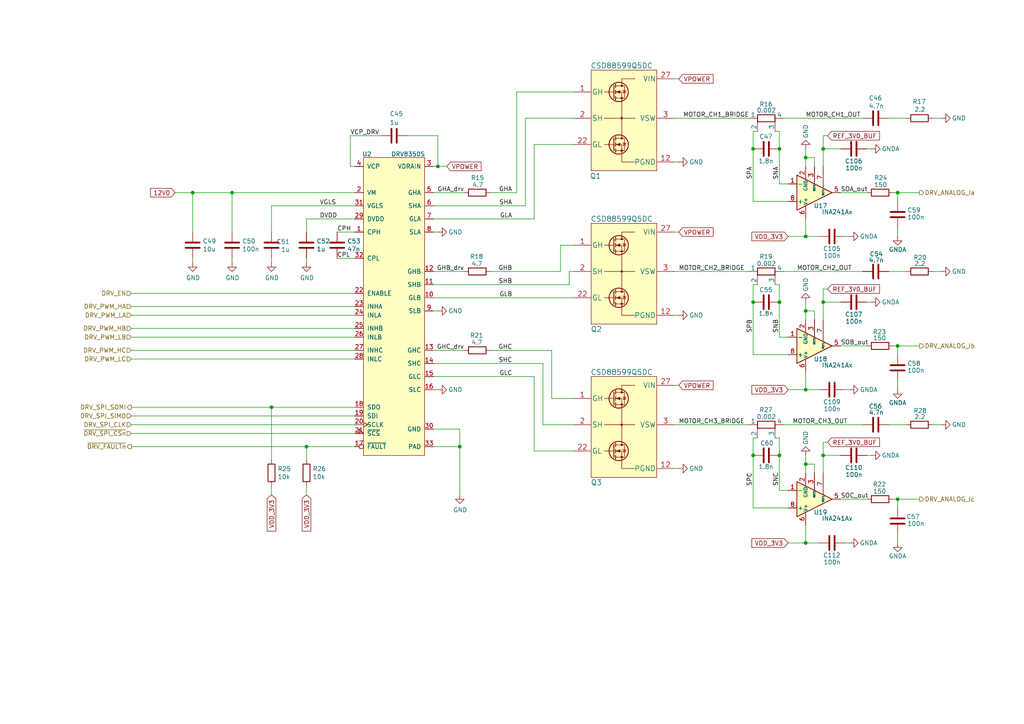
<source format=kicad_sch>
(kicad_sch (version 20231120) (generator "eeschema") (generator_version "8.0")
  (paper "A4")
  (title_block (title "Open MOtor DRiver Initiative  - Single Axis (OMODRI_SA)") (date "2025-03-07") (rev "1.0") (company "LAAS/CNRS"))
  (junction (at 226.06 87.63))
  (junction (at 88.9 129.54))
  (junction (at 67.31 55.88))
  (junction (at 218.44 87.63))
  (junction (at 218.44 132.08))
  (junction (at 233.68 90.17))
  (junction (at 260.35 55.88))
  (junction (at 226.06 43.18))
  (junction (at 233.68 157.48))
  (junction (at 260.35 144.78))
  (junction (at 55.88 55.88))
  (junction (at 78.74 118.11))
  (junction (at 238.76 87.63))
  (junction (at 218.44 43.18))
  (junction (at 127 48.26))
  (junction (at 238.76 132.08))
  (junction (at 233.68 68.58))
  (junction (at 233.68 113.03))
  (junction (at 226.06 132.08))
  (junction (at 233.68 134.62))
  (junction (at 233.68 45.72))
  (junction (at 260.35 100.33))
  (junction (at 238.76 43.18))
  (junction (at 133.35 129.54))
  (wire (pts (xy 162.56 78.74) (xy 162.56 71.12)))
  (wire (pts (xy 125.73 63.5) (xy 154.94 63.5)))
  (wire (pts (xy 55.88 55.88) (xy 67.31 55.88)))
  (wire (pts (xy 259.08 144.78) (xy 260.35 144.78)))
  (wire (pts (xy 228.6 102.87) (xy 218.44 102.87)))
  (wire (pts (xy 238.76 83.82) (xy 238.76 87.63)))
  (wire (pts (xy 50.8 55.88) (xy 55.88 55.88)))
  (wire (pts (xy 270.51 123.19) (xy 273.05 123.19)))
  (wire (pts (xy 233.68 157.48) (xy 237.49 157.48)))
  (wire (pts (xy 218.44 127) (xy 219.71 127)))
  (wire (pts (xy 195.58 123.19) (xy 217.17 123.19)))
  (wire (pts (xy 228.6 58.42) (xy 218.44 58.42)))
  (wire (pts (xy 227.33 123.19) (xy 250.19 123.19)))
  (wire (pts (xy 233.68 68.58) (xy 233.68 63.5)))
  (wire (pts (xy 195.58 111.76) (xy 196.85 111.76)))
  (wire (pts (xy 245.11 157.48) (xy 246.38 157.48)))
  (wire (pts (xy 125.73 59.69) (xy 152.4 59.69)))
  (wire (pts (xy 88.9 63.5) (xy 88.9 67.31)))
  (wire (pts (xy 257.81 123.19) (xy 262.89 123.19)))
  (wire (pts (xy 97.79 74.93) (xy 102.87 74.93)))
  (wire (pts (xy 259.08 55.88) (xy 260.35 55.88)))
  (wire (pts (xy 226.06 97.79) (xy 226.06 87.63)))
  (wire (pts (xy 38.1 120.65) (xy 102.87 120.65)))
  (wire (pts (xy 236.22 45.72) (xy 233.68 45.72)))
  (wire (pts (xy 228.6 157.48) (xy 233.68 157.48)))
  (wire (pts (xy 78.74 118.11) (xy 78.74 133.35)))
  (wire (pts (xy 227.33 34.29) (xy 250.19 34.29)))
  (wire (pts (xy 97.79 67.31) (xy 102.87 67.31)))
  (wire (pts (xy 125.73 86.36) (xy 166.37 86.36)))
  (wire (pts (xy 260.35 100.33) (xy 260.35 102.87)))
  (wire (pts (xy 125.73 101.6) (xy 134.62 101.6)))
  (wire (pts (xy 218.44 82.55) (xy 219.71 82.55)))
  (wire (pts (xy 38.1 85.09) (xy 102.87 85.09)))
  (wire (pts (xy 88.9 63.5) (xy 102.87 63.5)))
  (wire (pts (xy 195.58 78.74) (xy 217.17 78.74)))
  (wire (pts (xy 260.35 144.78) (xy 260.35 147.32)))
  (wire (pts (xy 133.35 129.54) (xy 133.35 143.51)))
  (wire (pts (xy 233.68 157.48) (xy 233.68 152.4)))
  (wire (pts (xy 88.9 129.54) (xy 102.87 129.54)))
  (wire (pts (xy 224.79 82.55) (xy 226.06 82.55)))
  (wire (pts (xy 195.58 67.31) (xy 196.85 67.31)))
  (wire (pts (xy 125.73 109.22) (xy 154.94 109.22)))
  (wire (pts (xy 154.94 109.22) (xy 154.94 130.81)))
  (wire (pts (xy 125.73 55.88) (xy 134.62 55.88)))
  (wire (pts (xy 243.84 55.88) (xy 251.46 55.88)))
  (wire (pts (xy 88.9 76.2) (xy 88.9 74.93)))
  (wire (pts (xy 78.74 118.11) (xy 102.87 118.11)))
  (wire (pts (xy 160.02 115.57) (xy 160.02 101.6)))
  (wire (pts (xy 236.22 92.71) (xy 236.22 90.17)))
  (wire (pts (xy 233.68 68.58) (xy 237.49 68.58)))
  (wire (pts (xy 270.51 34.29) (xy 273.05 34.29)))
  (wire (pts (xy 226.06 127) (xy 226.06 132.08)))
  (wire (pts (xy 78.74 59.69) (xy 102.87 59.69)))
  (wire (pts (xy 226.06 82.55) (xy 226.06 87.63)))
  (wire (pts (xy 218.44 102.87) (xy 218.44 87.63)))
  (wire (pts (xy 219.71 38.1) (xy 218.44 38.1)))
  (wire (pts (xy 195.58 34.29) (xy 217.17 34.29)))
  (wire (pts (xy 236.22 134.62) (xy 233.68 134.62)))
  (wire (pts (xy 67.31 55.88) (xy 67.31 67.31)))
  (wire (pts (xy 238.76 43.18) (xy 238.76 48.26)))
  (wire (pts (xy 195.58 22.86) (xy 196.85 22.86)))
  (wire (pts (xy 259.08 100.33) (xy 260.35 100.33)))
  (wire (pts (xy 260.35 144.78) (xy 266.7 144.78)))
  (wire (pts (xy 233.68 113.03) (xy 233.68 107.95)))
  (wire (pts (xy 227.33 78.74) (xy 250.19 78.74)))
  (wire (pts (xy 226.06 38.1) (xy 226.06 43.18)))
  (wire (pts (xy 236.22 48.26) (xy 236.22 45.72)))
  (wire (pts (xy 152.4 59.69) (xy 152.4 34.29)))
  (wire (pts (xy 149.86 26.67) (xy 166.37 26.67)))
  (wire (pts (xy 260.35 157.48) (xy 260.35 154.94)))
  (wire (pts (xy 245.11 68.58) (xy 246.38 68.58)))
  (wire (pts (xy 78.74 143.51) (xy 78.74 140.97)))
  (wire (pts (xy 125.73 105.41) (xy 157.48 105.41)))
  (wire (pts (xy 125.73 78.74) (xy 134.62 78.74)))
  (wire (pts (xy 238.76 87.63) (xy 238.76 92.71)))
  (wire (pts (xy 165.1 82.55) (xy 165.1 78.74)))
  (wire (pts (xy 228.6 68.58) (xy 233.68 68.58)))
  (wire (pts (xy 38.1 88.9) (xy 102.87 88.9)))
  (wire (pts (xy 240.03 39.37) (xy 238.76 39.37)))
  (wire (pts (xy 142.24 78.74) (xy 162.56 78.74)))
  (wire (pts (xy 218.44 147.32) (xy 218.44 132.08)))
  (wire (pts (xy 133.35 124.46) (xy 133.35 129.54)))
  (wire (pts (xy 127 39.37) (xy 127 48.26)))
  (wire (pts (xy 251.46 87.63) (xy 252.73 87.63)))
  (wire (pts (xy 196.85 46.99) (xy 195.58 46.99)))
  (wire (pts (xy 240.03 128.27) (xy 238.76 128.27)))
  (wire (pts (xy 226.06 43.18) (xy 226.06 53.34)))
  (wire (pts (xy 260.35 113.03) (xy 260.35 110.49)))
  (wire (pts (xy 38.1 118.11) (xy 78.74 118.11)))
  (wire (pts (xy 118.11 39.37) (xy 127 39.37)))
  (wire (pts (xy 101.6 39.37) (xy 101.6 48.26)))
  (wire (pts (xy 243.84 144.78) (xy 251.46 144.78)))
  (wire (pts (xy 154.94 130.81) (xy 166.37 130.81)))
  (wire (pts (xy 38.1 129.54) (xy 88.9 129.54)))
  (wire (pts (xy 162.56 71.12) (xy 166.37 71.12)))
  (wire (pts (xy 233.68 43.18) (xy 233.68 45.72)))
  (wire (pts (xy 129.54 48.26) (xy 127 48.26)))
  (wire (pts (xy 157.48 105.41) (xy 157.48 123.19)))
  (wire (pts (xy 67.31 76.2) (xy 67.31 74.93)))
  (wire (pts (xy 218.44 127) (xy 218.44 132.08)))
  (wire (pts (xy 236.22 137.16) (xy 236.22 134.62)))
  (wire (pts (xy 233.68 134.62) (xy 233.68 137.16)))
  (wire (pts (xy 127 67.31) (xy 125.73 67.31)))
  (wire (pts (xy 38.1 95.25) (xy 102.87 95.25)))
  (wire (pts (xy 38.1 125.73) (xy 102.87 125.73)))
  (wire (pts (xy 195.58 91.44) (xy 196.85 91.44)))
  (wire (pts (xy 238.76 87.63) (xy 243.84 87.63)))
  (wire (pts (xy 233.68 113.03) (xy 237.49 113.03)))
  (wire (pts (xy 88.9 133.35) (xy 88.9 129.54)))
  (wire (pts (xy 142.24 101.6) (xy 160.02 101.6)))
  (wire (pts (xy 218.44 82.55) (xy 218.44 87.63)))
  (wire (pts (xy 251.46 43.18) (xy 252.73 43.18)))
  (wire (pts (xy 154.94 41.91) (xy 166.37 41.91)))
  (wire (pts (xy 218.44 43.18) (xy 218.44 58.42)))
  (wire (pts (xy 125.73 48.26) (xy 127 48.26)))
  (wire (pts (xy 125.73 129.54) (xy 133.35 129.54)))
  (wire (pts (xy 260.35 55.88) (xy 260.35 58.42)))
  (wire (pts (xy 125.73 82.55) (xy 165.1 82.55)))
  (wire (pts (xy 226.06 97.79) (xy 228.6 97.79)))
  (wire (pts (xy 233.68 45.72) (xy 233.68 48.26)))
  (wire (pts (xy 243.84 100.33) (xy 251.46 100.33)))
  (wire (pts (xy 101.6 48.26) (xy 102.87 48.26)))
  (wire (pts (xy 160.02 115.57) (xy 166.37 115.57)))
  (wire (pts (xy 238.76 132.08) (xy 243.84 132.08)))
  (wire (pts (xy 149.86 55.88) (xy 149.86 26.67)))
  (wire (pts (xy 228.6 113.03) (xy 233.68 113.03)))
  (wire (pts (xy 38.1 104.14) (xy 102.87 104.14)))
  (wire (pts (xy 236.22 90.17) (xy 233.68 90.17)))
  (wire (pts (xy 238.76 43.18) (xy 243.84 43.18)))
  (wire (pts (xy 226.06 142.24) (xy 228.6 142.24)))
  (wire (pts (xy 165.1 78.74) (xy 166.37 78.74)))
  (wire (pts (xy 238.76 128.27) (xy 238.76 132.08)))
  (wire (pts (xy 78.74 76.2) (xy 78.74 74.93)))
  (wire (pts (xy 218.44 38.1) (xy 218.44 43.18)))
  (wire (pts (xy 257.81 34.29) (xy 262.89 34.29)))
  (wire (pts (xy 78.74 59.69) (xy 78.74 67.31)))
  (wire (pts (xy 67.31 55.88) (xy 102.87 55.88)))
  (wire (pts (xy 38.1 101.6) (xy 102.87 101.6)))
  (wire (pts (xy 157.48 123.19) (xy 166.37 123.19)))
  (wire (pts (xy 224.79 38.1) (xy 226.06 38.1)))
  (wire (pts (xy 240.03 83.82) (xy 238.76 83.82)))
  (wire (pts (xy 226.06 53.34) (xy 228.6 53.34)))
  (wire (pts (xy 224.79 127) (xy 226.06 127)))
  (wire (pts (xy 88.9 140.97) (xy 88.9 143.51)))
  (wire (pts (xy 154.94 63.5) (xy 154.94 41.91)))
  (wire (pts (xy 152.4 34.29) (xy 166.37 34.29)))
  (wire (pts (xy 233.68 87.63) (xy 233.68 90.17)))
  (wire (pts (xy 125.73 124.46) (xy 133.35 124.46)))
  (wire (pts (xy 245.11 113.03) (xy 246.38 113.03)))
  (wire (pts (xy 101.6 39.37) (xy 110.49 39.37)))
  (wire (pts (xy 260.35 55.88) (xy 266.7 55.88)))
  (wire (pts (xy 38.1 97.79) (xy 102.87 97.79)))
  (wire (pts (xy 260.35 68.58) (xy 260.35 66.04)))
  (wire (pts (xy 55.88 67.31) (xy 55.88 55.88)))
  (wire (pts (xy 238.76 132.08) (xy 238.76 137.16)))
  (wire (pts (xy 55.88 76.2) (xy 55.88 74.93)))
  (wire (pts (xy 228.6 147.32) (xy 218.44 147.32)))
  (wire (pts (xy 257.81 78.74) (xy 262.89 78.74)))
  (wire (pts (xy 233.68 132.08) (xy 233.68 134.62)))
  (wire (pts (xy 38.1 91.44) (xy 102.87 91.44)))
  (wire (pts (xy 226.06 142.24) (xy 226.06 132.08)))
  (wire (pts (xy 127 113.03) (xy 125.73 113.03)))
  (wire (pts (xy 127 90.17) (xy 125.73 90.17)))
  (wire (pts (xy 270.51 78.74) (xy 273.05 78.74)))
  (wire (pts (xy 260.35 100.33) (xy 266.7 100.33)))
  (wire (pts (xy 38.1 123.19) (xy 102.87 123.19)))
  (wire (pts (xy 142.24 55.88) (xy 149.86 55.88)))
  (wire (pts (xy 195.58 135.89) (xy 196.85 135.89)))
  (wire (pts (xy 238.76 39.37) (xy 238.76 43.18)))
  (wire (pts (xy 251.46 132.08) (xy 252.73 132.08)))
  (wire (pts (xy 233.68 90.17) (xy 233.68 92.71)))
  (label "SHA" (at 148.59 59.69 180))
  (label "MOTOR_CH2_OUT" (at 231.14 78.74 0))
  (label "GHC" (at 148.59 101.6 180))
  (label "SPB" (at 218.44 96.52 90))
  (label "GLA" (at 148.59 63.5 180))
  (label "SHB" (at 148.59 82.55 180))
  (label "GHA_drv" (at 134.62 55.88 180))
  (label "MOTOR_CH1_BRIDGE" (at 198.12 34.29 0))
  (label "GHB_drv" (at 134.62 78.74 180))
  (label "CPH" (at 97.79 67.31 0))
  (label "MOTOR_CH2_BRIDGE" (at 196.85 78.74 0))
  (label "SPC" (at 218.44 140.97 90))
  (label "SNC" (at 226.06 140.97 90))
  (label "SOB_out" (at 243.84 100.33 0))
  (label "SPA" (at 218.44 48.26 270))
  (label "SNA" (at 226.06 52.07 90))
  (label "VGLS" (at 92.71 59.69 0))
  (label "GLB" (at 148.59 86.36 180))
  (label "GHC_drv" (at 134.62 101.6 180))
  (label "MOTOR_CH1_OUT" (at 233.68 34.29 0))
  (label "MOTOR_CH3_OUT" (at 229.87 123.19 0))
  (label "VCP_DRV" (at 101.6 39.37 0))
  (label "GLC" (at 148.59 109.22 180))
  (label "MOTOR_CH3_BRIDGE" (at 196.85 123.19 0))
  (label "GHA" (at 148.59 55.88 180))
  (label "SNB" (at 226.06 96.52 90))
  (label "SHC" (at 148.59 105.41 180))
  (label "SOC_out" (at 243.84 144.78 0))
  (label "DVDD" (at 92.71 63.5 0))
  (label "SOA_out" (at 243.84 55.88 0))
  (label "GHB" (at 148.59 78.74 180))
  (label "CPL" (at 97.79 74.93 0))
  (global_label "REF_3V0_BUF" (shape input) (at 240.03 128.27 0) (property "Intersheetrefs" "${INTERSHEET_REFS}" (effects (hide yes))) (property "Références Inter-Feuilles" "${INTERSHEET_REFS}" (effects (hide yes))))
  (global_label "VDD_3V3" (shape input) (at 88.9 143.51 270) (property "Intersheetrefs" "${INTERSHEET_REFS}" (effects (hide yes))) (property "Références Inter-Feuilles" "${INTERSHEET_REFS}" (effects (hide yes))))
  (global_label "VDD_3V3" (shape input) (at 228.6 113.03 180) (property "Intersheetrefs" "${INTERSHEET_REFS}" (effects (hide yes))) (property "Références Inter-Feuilles" "${INTERSHEET_REFS}" (effects (hide yes))))
  (global_label "VDD_3V3" (shape input) (at 228.6 157.48 180) (property "Intersheetrefs" "${INTERSHEET_REFS}" (effects (hide yes))) (property "Références Inter-Feuilles" "${INTERSHEET_REFS}" (effects (hide yes))))
  (global_label "VDD_3V3" (shape input) (at 228.6 68.58 180) (property "Intersheetrefs" "${INTERSHEET_REFS}" (effects (hide yes))) (property "Références Inter-Feuilles" "${INTERSHEET_REFS}" (effects (hide yes))))
  (global_label "VPOWER" (shape input) (at 196.85 67.31 0) (property "Intersheetrefs" "${INTERSHEET_REFS}" (effects (hide yes))) (property "Références Inter-Feuilles" "${INTERSHEET_REFS}" (effects (hide yes))))
  (global_label "VPOWER" (shape input) (at 196.85 111.76 0) (property "Intersheetrefs" "${INTERSHEET_REFS}" (effects (hide yes))) (property "Références Inter-Feuilles" "${INTERSHEET_REFS}" (effects (hide yes))))
  (global_label "VPOWER" (shape input) (at 129.54 48.26 0) (property "Intersheetrefs" "${INTERSHEET_REFS}" (effects (hide yes))) (property "Références Inter-Feuilles" "${INTERSHEET_REFS}" (effects (hide yes))))
  (global_label "REF_3V0_BUF" (shape input) (at 240.03 83.82 0) (property "Intersheetrefs" "${INTERSHEET_REFS}" (effects (hide yes))) (property "Références Inter-Feuilles" "${INTERSHEET_REFS}" (effects (hide yes))))
  (global_label "REF_3V0_BUF" (shape input) (at 240.03 39.37 0) (property "Intersheetrefs" "${INTERSHEET_REFS}" (effects (hide yes))) (property "Références Inter-Feuilles" "${INTERSHEET_REFS}" (effects (hide yes))))
  (global_label "VPOWER" (shape input) (at 196.85 22.86 0) (property "Intersheetrefs" "${INTERSHEET_REFS}" (effects (hide yes))) (property "Références Inter-Feuilles" "${INTERSHEET_REFS}" (effects (hide yes))))
  (global_label "12V0" (shape input) (at 50.8 55.88 180) (property "Intersheetrefs" "${INTERSHEET_REFS}" (effects (hide yes))) (property "Références Inter-Feuilles" "${INTERSHEET_REFS}" (effects (hide yes))))
  (global_label "VDD_3V3" (shape input) (at 78.74 143.51 270) (property "Intersheetrefs" "${INTERSHEET_REFS}" (effects (hide yes))) (property "Références Inter-Feuilles" "${INTERSHEET_REFS}" (effects (hide yes))))
  (hierarchical_label "DRV_ANALOG_Ic" (shape output) (at 266.7 144.78 0))
  (hierarchical_label "DRV_PWM_LC" (shape input) (at 38.1 104.14 180))
  (hierarchical_label "DRV_PWM_LA" (shape input) (at 38.1 91.44 180))
  (hierarchical_label "~{DRV_FAULTn}" (shape output) (at 38.1 129.54 180))
  (hierarchical_label "DRV_SPI_SIMO" (shape input) (at 38.1 120.65 180))
  (hierarchical_label "DRV_SPI_SOMI" (shape output) (at 38.1 118.11 180))
  (hierarchical_label "DRV_EN" (shape input) (at 38.1 85.09 180))
  (hierarchical_label "DRV_PWM_LB" (shape input) (at 38.1 97.79 180))
  (hierarchical_label "DRV_PWM_HB" (shape input) (at 38.1 95.25 180))
  (hierarchical_label "~{DRV_SPI_CSn}" (shape input) (at 38.1 125.73 180))
  (hierarchical_label "DRV_ANALOG_Ib" (shape output) (at 266.7 100.33 0))
  (hierarchical_label "DRV_PWM_HA" (shape input) (at 38.1 88.9 180))
  (hierarchical_label "DRV_PWM_HC" (shape input) (at 38.1 101.6 180))
  (hierarchical_label "DRV_ANALOG_Ia" (shape output) (at 266.7 55.88 0))
  (hierarchical_label "DRV_SPI_CLK" (shape input) (at 38.1 123.19 180))
  (symbol (lib_id "power:GND") (at 133.35 143.51 0) (unit 1)
    (property "Reference" "#PWR075" (effects (hide yes)))
    (property "Value" "GND" (at 133.477 147.9042 0))
    (property "Description" "Power symbol creates a global label with name \"GND\" , ground" (effects (hide yes)))
  )
  (symbol (lib_id "power:GND") (at 55.88 76.2 0) (unit 1)
    (property "Reference" "#PWR066" (effects (hide yes)))
    (property "Value" "GND" (at 56.007 80.5942 0))
    (property "Description" "Power symbol creates a global label with name \"GND\" , ground" (effects (hide yes)))
  )
  (symbol (lib_id "power:GND") (at 67.31 76.2 0) (unit 1)
    (property "Reference" "#PWR067" (effects (hide yes)))
    (property "Value" "GND" (at 67.437 80.5942 0))
    (property "Description" "Power symbol creates a global label with name \"GND\" , ground" (effects (hide yes)))
  )
  (symbol (lib_id "power:GND") (at 78.74 76.2 0) (unit 1)
    (property "Reference" "#PWR068" (effects (hide yes)))
    (property "Value" "GND" (at 78.867 80.5942 0))
    (property "Description" "Power symbol creates a global label with name \"GND\" , ground" (effects (hide yes)))
  )
  (symbol (lib_id "power:GND") (at 88.9 76.2 0) (unit 1)
    (property "Reference" "#PWR069" (effects (hide yes)))
    (property "Value" "GND" (at 89.027 80.5942 0))
    (property "Description" "Power symbol creates a global label with name \"GND\" , ground" (effects (hide yes)))
  )
  (symbol (lib_id "Device:C") (at 55.88 71.12 0) (unit 1)
    (property "Reference" "C49" (at 58.801 69.9516 0) (effects (justify left)))
    (property "Value" "10u" (at 58.801 72.263 0) (effects (justify left)))
    (property "Footprint" "Capacitor_SMD:C_0603_1608Metric" (effects (hide yes)))
    (property "Datasheet" "https://www.murata.com/en-eu/products/productdetail?partno=GRM188R61E106MA73%23" (effects (hide yes)))
    (property "Description" "0603, 10uf, 25V,  ±20%, X5R, SMD MLCC" (effects (hide yes)))
    (property "RS" "815-1377" (effects (hide yes)))
    (property "Farnell" "1907503" (effects (hide yes)))
    (property "Mouser" "81-GRM188R61E106MA3D" (effects (hide yes)))
    (property "DigiKey" "490-7202-1-ND" (effects (hide yes)))
    (property "Part No" "GRM188R61E106MA73D" (effects (hide yes)))
    (property "LCSC" "C91606" (effects (hide yes)))
    (property "Manufacturer" "MURATA" (effects (hide yes)))
    (property "Assembling" "SMD" (effects (hide yes)))
  )
  (symbol (lib_id "Device:C") (at 67.31 71.12 0) (unit 1)
    (property "Reference" "C50" (at 70.231 69.9516 0) (effects (justify left)))
    (property "Value" "100n" (at 70.231 72.263 0) (effects (justify left)))
    (property "Footprint" "Capacitor_SMD:C_0201_0603Metric" (effects (hide yes)))
    (property "Datasheet" "https://www.murata.com/en-eu/products/productdetail?partno=GRM033R61E104KE14%23" (effects (hide yes)))
    (property "Description" "0201, 100nf, 25V,  ±10%, X5R, SMD MLCC" (effects (hide yes)))
    (property "RS" "185-2066" (effects (hide yes)))
    (property "Farnell" "2990693" (effects (hide yes)))
    (property "Mouser" "81-GRM033R61E104KE4D" (effects (hide yes)))
    (property "DigiKey" "490-12686-1-ND" (effects (hide yes)))
    (property "Part No" "GRM033R61E104KE14D" (effects (hide yes)))
    (property "LCSC" "C76939" (effects (hide yes)))
    (property "Manufacturer" "MURATA" (effects (hide yes)))
    (property "Assembling" "SMD" (effects (hide yes)))
  )
  (symbol (lib_id "Device:C") (at 97.79 71.12 0) (unit 1)
    (property "Reference" "C53" (at 100.711 69.9516 0) (effects (justify left)))
    (property "Value" "47n" (at 100.711 72.263 0) (effects (justify left)))
    (property "Footprint" "Capacitor_SMD:C_0603_1608Metric" (effects (hide yes)))
    (property "Datasheet" "https://product.tdk.com/en/search/capacitor/ceramic/mlcc/info?part_no=C1608X7S2A473K080AB" (effects (hide yes)))
    (property "Description" "0603, 47nf, 100V,  ±10%, X7S, SMD MLCC" (effects (hide yes)))
    (property "DigiKey" "445-6032-1-ND" (effects (hide yes)))
    (property "Farnell" "2906791" (effects (hide yes)))
    (property "Mouser" "810-C1608X7S2A473K" (effects (hide yes)))
    (property "Part No" "C1608X7S2A473K080AB" (effects (hide yes)))
    (property "LCSC" "C2182109" (effects (hide yes)))
    (property "Manufacturer" "TDK" (effects (hide yes)))
    (property "Assembling" "SMD" (effects (hide yes)))
  )
  (symbol (lib_id "Device:R") (at 88.9 137.16 0) (unit 1)
    (property "Reference" "R26" (at 90.678 135.9916 0) (effects (justify left)))
    (property "Value" "10k" (at 90.678 138.303 0) (effects (justify left)))
    (property "Footprint" "Resistor_SMD:R_0201_0603Metric" (effects (hide yes)))
    (property "Datasheet" "https://industrial.panasonic.com/sa/products/pt/general-purpose-chip-resistors/models/ERJ1GNF1002C" (effects (hide yes)))
    (property "Description" "0201, 10kΩ, 0.05W, ±1%, SMD  resistor" (effects (hide yes)))
    (property "DigiKey" "P122414CT-ND" (effects (hide yes)))
    (property "Farnell" "2302362" (effects (hide yes)))
    (property "Mouser" "667-ERJ-1GNF1002C" (effects (hide yes)))
    (property "Part No" "ERJ1GNF1002C" (effects (hide yes)))
    (property "RS" "176-3597" (effects (hide yes)))
    (property "LCSC" "C717002" (effects (hide yes)))
    (property "Manufacturer" "PANASONIC" (effects (hide yes)))
    (property "Assembling" "SMD" (effects (hide yes)))
  )
  (symbol (lib_id "Device:C") (at 114.3 39.37 270) (unit 1)
    (property "Reference" "C45" (at 113.03 33.02 90) (effects (justify left)))
    (property "Value" "1u" (at 113.03 35.56 90) (effects (justify left)))
    (property "Footprint" "Capacitor_SMD:C_0402_1005Metric" (effects (hide yes)))
    (property "Datasheet" "https://product.tdk.com/en/search/capacitor/ceramic/mlcc/info?part_no=C1005X5R1V105K050BE" (effects (hide yes)))
    (property "Description" "0402, 1uf, 35V,  ±10%, X5R, SMD MLCC" (effects (hide yes)))
    (property "DigiKey" "445-175218-1-ND" (effects (hide yes)))
    (property "Farnell" "3416060" (effects (hide yes)))
    (property "Mouser" "810-C1005X5R1V105KE" (effects (hide yes)))
    (property "Part No" "C1005X5R1V105K050BE" (effects (hide yes)))
    (property "LCSC" "C2169271" (effects (hide yes)))
    (property "RS" "242-7292" (effects (hide yes)))
    (property "Manufacturer" "TDK" (effects (hide yes)))
    (property "Assembling" "SMD" (effects (hide yes)))
  )
  (symbol (lib_id "Device:C") (at 88.9 71.12 0) (unit 1)
    (property "Reference" "C52" (at 91.821 69.9516 0) (effects (justify left)))
    (property "Value" "1u" (at 91.821 72.263 0) (effects (justify left)))
    (property "Footprint" "Capacitor_SMD:C_0201_0603Metric" (effects (hide yes)))
    (property "Datasheet" "https://www.murata.com/en-eu/products/productdetail?partno=GRM033C81A105ME05%23" (effects (hide yes)))
    (property "Description" "0201, 1uf, 10V,  ±20%, X6S, SMD MLCC" (effects (hide yes)))
    (property "DigiKey" "490-13219-1-ND" (effects (hide yes)))
    (property "Farnell" "3243316" (effects (hide yes)))
    (property "Mouser" "81-GRM033C81A105ME5D" (effects (hide yes)))
    (property "Part No" "GRM033C81A105ME05D" (effects (hide yes)))
    (property "LCSC" "C237278" (effects (hide yes)))
    (property "Manufacturer" "MURATA" (effects (hide yes)))
    (property "Assembling" "SMD" (effects (hide yes)))
  )
  (symbol (lib_id "Device:C") (at 78.74 71.12 180) (unit 1)
    (property "Reference" "C51" (at 84.074 70.104 0) (effects (justify left)))
    (property "Value" "1u" (at 84.074 72.39 0) (effects (justify left)))
    (property "Footprint" "Capacitor_SMD:C_0402_1005Metric" (effects (hide yes)))
    (property "Datasheet" "https://product.tdk.com/en/search/capacitor/ceramic/mlcc/info?part_no=C1005X5R1V105K050BE" (effects (hide yes)))
    (property "Description" "0402, 1uf, 35V,  ±10%, X5R, SMD MLCC" (effects (hide yes)))
    (property "DigiKey" "445-175218-1-ND" (effects (hide yes)))
    (property "Farnell" "3416060" (effects (hide yes)))
    (property "Mouser" "810-C1005X5R1V105KE" (effects (hide yes)))
    (property "Part No" "C1005X5R1V105K050BE" (effects (hide yes)))
    (property "LCSC" "C2169271" (effects (hide yes)))
    (property "RS" "242-7292" (effects (hide yes)))
    (property "Manufacturer" "TDK" (effects (hide yes)))
    (property "Assembling" "SMD" (effects (hide yes)))
  )
  (symbol (lib_id "Device:C") (at 222.25 43.18 270) (unit 1)
    (property "Reference" "C47" (at 220.218 39.624 90) (effects (justify left)))
    (property "Value" "1.8n" (at 219.964 46.736 90) (effects (justify left)))
    (property "Footprint" "Capacitor_SMD:C_0201_0603Metric" (effects (hide yes)))
    (property "Datasheet" "https://www.murata.com/en-eu/products/productdetail?partno=GRM033R71E182KA12%23" (effects (hide yes)))
    (property "Description" "0201, 1800pF, 25V, ±10%, X7R, SMD MLCC" (effects (hide yes)))
    (property "DigiKey" "490-GRM033R71E182KA12DTR-ND" (effects (hide yes)))
    (property "Farnell" "2999522" (effects (hide yes)))
    (property "Mouser" "81-GRM033R71E182KA2D" (effects (hide yes)))
    (property "Part No" "GRM033R71E182KA12D" (effects (hide yes)))
    (property "LCSC" "C237560" (effects (hide yes)))
    (property "Manufacturer" "MURATA" (effects (hide yes)))
    (property "Assembling" "SMD" (effects (hide yes)))
  )
  (symbol (lib_id "Device:C") (at 222.25 87.63 270) (unit 1)
    (property "Reference" "C55" (at 220.218 84.074 90) (effects (justify left)))
    (property "Value" "1.8n" (at 219.964 90.932 90) (effects (justify left)))
    (property "Footprint" "Capacitor_SMD:C_0201_0603Metric" (effects (hide yes)))
    (property "Datasheet" "https://www.murata.com/en-eu/products/productdetail?partno=GRM033R71E182KA12%23" (effects (hide yes)))
    (property "Description" "0201, 1800pF, 25V, ±10%, X7R, SMD MLCC" (effects (hide yes)))
    (property "DigiKey" "490-GRM033R71E182KA12DTR-ND" (effects (hide yes)))
    (property "Farnell" "2999522" (effects (hide yes)))
    (property "Mouser" "81-GRM033R71E182KA2D" (effects (hide yes)))
    (property "Part No" "GRM033R71E182KA12D" (effects (hide yes)))
    (property "LCSC" "C237560" (effects (hide yes)))
    (property "Manufacturer" "MURATA" (effects (hide yes)))
    (property "Assembling" "SMD" (effects (hide yes)))
  )
  (symbol (lib_id "omodri_lib:CSD88599Q5DC") (at 181.61 90.17 0) (unit 1)
    (property "Reference" "Q2" (at 172.974 95.504 0) (effects (font (size 1.524 1.524))))
    (property "Value" "CSD88599Q5DC" (at 180.34 63.5 0) (effects (font (size 1.524 1.524))))
    (property "Footprint" "udriver3:VSON_CLIP_22" (effects (hide yes)))
    (property "Datasheet" "https://www.ti.com/lit/ds/symlink/csd88599q5dc.pdf" (effects (hide yes)))
    (property "Description" "60V, 40A Half-Bridge FET Power Block" (effects (hide yes)))
    (property "DigiKey" "296-48289-1-ND" (effects (hide yes)))
    (property "Mouser" "595-CSD88599Q5DC" (effects (hide yes)))
    (property "Part No" "CSD88599Q5DC" (effects (hide yes)))
    (property "LCSC" "C2871380" (effects (hide yes)))
    (property "Manufacturer" "TEXAS INSTRUMENTS" (effects (hide yes)))
    (property "Assembling" "SMD" (effects (hide yes)))
  )
  (symbol (lib_id "Device:C") (at 222.25 132.08 270) (unit 1)
    (property "Reference" "C60" (at 220.472 128.524 90) (effects (justify left)))
    (property "Value" "1.8n" (at 219.964 135.382 90) (effects (justify left)))
    (property "Footprint" "Capacitor_SMD:C_0201_0603Metric" (effects (hide yes)))
    (property "Datasheet" "https://www.murata.com/en-eu/products/productdetail?partno=GRM033R71E182KA12%23" (effects (hide yes)))
    (property "Description" "0201, 1800pF, 25V, ±10%, X7R, SMD MLCC" (effects (hide yes)))
    (property "DigiKey" "490-GRM033R71E182KA12DTR-ND" (effects (hide yes)))
    (property "Farnell" "2999522" (effects (hide yes)))
    (property "Mouser" "81-GRM033R71E182KA2D" (effects (hide yes)))
    (property "Part No" "GRM033R71E182KA12D" (effects (hide yes)))
    (property "LCSC" "C237560" (effects (hide yes)))
    (property "Manufacturer" "MURATA" (effects (hide yes)))
    (property "Assembling" "SMD" (effects (hide yes)))
  )
  (symbol (lib_id "omodri_lib:CSD88599Q5DC") (at 181.61 134.62 0) (unit 1)
    (property "Reference" "Q3" (at 172.974 139.954 0) (effects (font (size 1.524 1.524))))
    (property "Value" "CSD88599Q5DC" (at 180.34 107.95 0) (effects (font (size 1.524 1.524))))
    (property "Footprint" "udriver3:VSON_CLIP_22" (effects (hide yes)))
    (property "Datasheet" "https://www.ti.com/lit/ds/symlink/csd88599q5dc.pdf" (effects (hide yes)))
    (property "Description" "60V, 40A Half-Bridge FET Power Block" (effects (hide yes)))
    (property "DigiKey" "296-48289-1-ND" (effects (hide yes)))
    (property "Mouser" "595-CSD88599Q5DC" (effects (hide yes)))
    (property "Part No" "CSD88599Q5DC" (effects (hide yes)))
    (property "LCSC" "C2871380" (effects (hide yes)))
    (property "Manufacturer" "TEXAS INSTRUMENTS" (effects (hide yes)))
    (property "Assembling" "SMD" (effects (hide yes)))
  )
  (symbol (lib_id "Device:R_Shunt") (at 222.25 123.19 90) (mirror x) (unit 1)
    (property "Reference" "R27" (at 220.218 118.872 90) (effects (justify right)))
    (property "Value" "0.002" (at 219.456 120.904 90) (effects (justify right)))
    (property "Footprint" "udriver3:FC4L32" (effects (hide yes)))
    (property "Datasheet" "https://www.ohmite.com/assets/docs/res_fc4l.pdf" (effects (hide yes)))
    (property "Description" "1206, 2mΩ, 1W, ±2%, SMD Shunt resistor" (effects (hide yes)))
    (property "DigiKey" "273-FC4L32R002GERCT-ND" (effects (hide yes)))
    (property "Farnell" "2420553" (effects (hide yes)))
    (property "Mouser" "  588-FC4L32R002GER" (effects (hide yes)))
    (property "Part No" "FC4L32R002GER" (effects (hide yes)))
    (property "Manufacturer" "OHMITE" (effects (hide yes)))
    (property "Assembling" "SMD" (effects (hide yes)))
  )
  (symbol (lib_id "Device:R") (at 255.27 144.78 90) (unit 1)
    (property "Reference" "R22" (at 257.048 140.462 90) (effects (justify left)))
    (property "Value" "150" (at 257.048 142.494 90) (effects (justify left)))
    (property "Footprint" "Resistor_SMD:R_0201_0603Metric" (effects (hide yes)))
    (property "Datasheet" "https://industrial.panasonic.com/sa/products/pt/general-purpose-chip-resistors/models/ERJ1GNF1200C" (effects (hide yes)))
    (property "Description" "0201,150Ω, 0.05W, ±1%, SMD  resistor" (effects (hide yes)))
    (property "DigiKey" "P122742CT-ND" (effects (hide yes)))
    (property "Farnell" "2302313" (effects (hide yes)))
    (property "Mouser" "667-ERJ-1GNF1500C" (effects (hide yes)))
    (property "Part No" "ERJ1GNF1500C" (effects (hide yes)))
    (property "LCSC" "C2074059" (effects (hide yes)))
    (property "Manufacturer" "PANASONIC" (effects (hide yes)))
    (property "Assembling" "SMD" (effects (hide yes)))
  )
  (symbol (lib_id "Device:R") (at 255.27 100.33 90) (unit 1)
    (property "Reference" "R23" (at 257.048 96.266 90) (effects (justify left)))
    (property "Value" "150" (at 257.048 98.044 90) (effects (justify left)))
    (property "Footprint" "Resistor_SMD:R_0201_0603Metric" (effects (hide yes)))
    (property "Datasheet" "https://industrial.panasonic.com/sa/products/pt/general-purpose-chip-resistors/models/ERJ1GNF1200C" (effects (hide yes)))
    (property "Description" "0201,150Ω, 0.05W, ±1%, SMD  resistor" (effects (hide yes)))
    (property "DigiKey" "P122742CT-ND" (effects (hide yes)))
    (property "Farnell" "2302313" (effects (hide yes)))
    (property "Mouser" "667-ERJ-1GNF1500C" (effects (hide yes)))
    (property "Part No" "ERJ1GNF1500C" (effects (hide yes)))
    (property "LCSC" "C2074059" (effects (hide yes)))
    (property "Manufacturer" "PANASONIC" (effects (hide yes)))
    (property "Assembling" "SMD" (effects (hide yes)))
  )
  (symbol (lib_id "Device:R") (at 255.27 55.88 270) (unit 1)
    (property "Reference" "R24" (at 253.492 51.562 90) (effects (justify left)))
    (property "Value" "150" (at 253.492 53.594 90) (effects (justify left)))
    (property "Footprint" "Resistor_SMD:R_0201_0603Metric" (effects (hide yes)))
    (property "Datasheet" "https://industrial.panasonic.com/sa/products/pt/general-purpose-chip-resistors/models/ERJ1GNF1200C" (effects (hide yes)))
    (property "Description" "0201,150Ω, 0.05W, ±1%, SMD  resistor" (effects (hide yes)))
    (property "DigiKey" "P122742CT-ND" (effects (hide yes)))
    (property "Farnell" "2302313" (effects (hide yes)))
    (property "Mouser" "667-ERJ-1GNF1500C" (effects (hide yes)))
    (property "Part No" "ERJ1GNF1500C" (effects (hide yes)))
    (property "LCSC" "C2074059" (effects (hide yes)))
    (property "Manufacturer" "PANASONIC" (effects (hide yes)))
    (property "Assembling" "SMD" (effects (hide yes)))
  )
  (symbol (lib_id "Device:C") (at 260.35 151.13 0) (unit 1)
    (property "Reference" "C57" (at 262.89 149.86 0) (effects (justify left)))
    (property "Value" "100n" (at 263.144 151.892 0) (effects (justify left)))
    (property "Footprint" "Capacitor_SMD:C_0201_0603Metric" (effects (hide yes)))
    (property "Datasheet" "https://www.murata.com/en-eu/products/productdetail?partno=GRM033R61E104KE14%23" (effects (hide yes)))
    (property "Description" "0201, 100nf, 25V,  ±10%, X5R, SMD MLCC" (effects (hide yes)))
    (property "DigiKey" "490-12686-1-ND" (effects (hide yes)))
    (property "Farnell" "2990693" (effects (hide yes)))
    (property "Mouser" "81-GRM033R61E104KE4D" (effects (hide yes)))
    (property "Part No" "GRM033R61E104KE14D" (effects (hide yes)))
    (property "RS" "185-2066" (effects (hide yes)))
    (property "LCSC" "C76939" (effects (hide yes)))
    (property "Manufacturer" "MURATA" (effects (hide yes)))
    (property "Assembling" "SMD" (effects (hide yes)))
  )
  (symbol (lib_id "Device:C") (at 260.35 106.68 0) (unit 1)
    (property "Reference" "C58" (at 263.144 105.41 0) (effects (justify left)))
    (property "Value" "100n" (at 263.144 107.442 0) (effects (justify left)))
    (property "Footprint" "Capacitor_SMD:C_0201_0603Metric" (effects (hide yes)))
    (property "Datasheet" "https://www.murata.com/en-eu/products/productdetail?partno=GRM033R61E104KE14%23" (effects (hide yes)))
    (property "Description" "0201, 100nf, 25V,  ±10%, X5R, SMD MLCC" (effects (hide yes)))
    (property "DigiKey" "490-12686-1-ND" (effects (hide yes)))
    (property "Farnell" "2990693" (effects (hide yes)))
    (property "Mouser" "81-GRM033R61E104KE4D" (effects (hide yes)))
    (property "Part No" "GRM033R61E104KE14D" (effects (hide yes)))
    (property "RS" "185-2066" (effects (hide yes)))
    (property "LCSC" "C76939" (effects (hide yes)))
    (property "Manufacturer" "MURATA" (effects (hide yes)))
    (property "Assembling" "SMD" (effects (hide yes)))
  )
  (symbol (lib_id "Device:C") (at 260.35 62.23 0) (unit 1)
    (property "Reference" "C59" (at 263.144 60.96 0) (effects (justify left)))
    (property "Value" "100n" (at 263.144 62.992 0) (effects (justify left)))
    (property "Footprint" "Capacitor_SMD:C_0201_0603Metric" (effects (hide yes)))
    (property "Datasheet" "https://www.murata.com/en-eu/products/productdetail?partno=GRM033R61E104KE14%23" (effects (hide yes)))
    (property "Description" "0201, 100nf, 25V,  ±10%, X5R, SMD MLCC" (effects (hide yes)))
    (property "DigiKey" "490-12686-1-ND" (effects (hide yes)))
    (property "Farnell" "2990693" (effects (hide yes)))
    (property "Mouser" "81-GRM033R61E104KE4D" (effects (hide yes)))
    (property "Part No" "GRM033R61E104KE14D" (effects (hide yes)))
    (property "RS" "185-2066" (effects (hide yes)))
    (property "LCSC" "C76939" (effects (hide yes)))
    (property "Manufacturer" "MURATA" (effects (hide yes)))
    (property "Assembling" "SMD" (effects (hide yes)))
  )
  (symbol (lib_id "omodri_lib:CSD88599Q5DC") (at 181.61 45.72 0) (unit 1)
    (property "Reference" "Q1" (at 172.72 51.054 0) (effects (font (size 1.524 1.524))))
    (property "Value" "CSD88599Q5DC" (at 180.34 19.05 0) (effects (font (size 1.524 1.524))))
    (property "Footprint" "udriver3:VSON_CLIP_22" (effects (hide yes)))
    (property "Datasheet" "https://www.ti.com/lit/ds/symlink/csd88599q5dc.pdf" (effects (hide yes)))
    (property "Description" "60V, 40A Half-Bridge FET Power Block" (effects (hide yes)))
    (property "DigiKey" "296-48289-1-ND" (effects (hide yes)))
    (property "Mouser" "595-CSD88599Q5DC" (effects (hide yes)))
    (property "Part No" "CSD88599Q5DC" (effects (hide yes)))
    (property "LCSC" "C2871380" (effects (hide yes)))
    (property "Manufacturer" "TEXAS INSTRUMENTS" (effects (hide yes)))
    (property "Assembling" "SMD" (effects (hide yes)))
  )
  (symbol (lib_id "power:GNDA") (at 260.35 68.58 0) (unit 1)
    (property "Reference" "#PWR074" (effects (hide yes)))
    (property "Value" "GNDA" (at 260.35 72.39 0))
    (property "Description" "Power symbol creates a global label with name \"GNDA\" , analog ground" (effects (hide yes)))
  )
  (symbol (lib_id "Device:R") (at 78.74 137.16 0) (unit 1)
    (property "Reference" "R25" (at 80.518 135.9916 0) (effects (justify left)))
    (property "Value" "10k" (at 80.518 138.303 0) (effects (justify left)))
    (property "Footprint" "Resistor_SMD:R_0201_0603Metric" (effects (hide yes)))
    (property "Datasheet" "https://industrial.panasonic.com/sa/products/pt/general-purpose-chip-resistors/models/ERJ1GNF1002C" (effects (hide yes)))
    (property "Description" "0201, 10kΩ, 0.05W, ±1%, SMD  resistor" (effects (hide yes)))
    (property "DigiKey" "P122414CT-ND" (effects (hide yes)))
    (property "Farnell" "2302362" (effects (hide yes)))
    (property "Mouser" "667-ERJ-1GNF1002C" (effects (hide yes)))
    (property "Part No" "ERJ1GNF1002C" (effects (hide yes)))
    (property "RS" "176-3597" (effects (hide yes)))
    (property "LCSC" "C717002" (effects (hide yes)))
    (property "Manufacturer" "PANASONIC" (effects (hide yes)))
    (property "Assembling" "SMD" (effects (hide yes)))
  )
  (symbol (lib_id "Device:C") (at 241.3 113.03 90) (unit 1)
    (property "Reference" "C109" (at 243.84 116.586 90) (effects (justify left)))
    (property "Value" "100n" (at 243.84 118.618 90) (effects (justify left)))
    (property "Footprint" "Capacitor_SMD:C_0201_0603Metric" (effects (hide yes)))
    (property "Datasheet" "https://www.murata.com/en-eu/products/productdetail?partno=GRM033R61E104KE14%23" (effects (hide yes)))
    (property "Description" "0201, 100nf, 25V,  ±10%, X5R, SMD MLCC" (effects (hide yes)))
    (property "Part No" "GRM033R61E104KE14D" (effects (hide yes)))
    (property "Farnell" "2990693" (effects (hide yes)))
    (property "RS" "185-2066" (effects (hide yes)))
    (property "Mouser" "81-GRM033R61E104KE4D" (effects (hide yes)))
    (property "DigiKey" "490-12686-1-ND" (effects (hide yes)))
    (property "LCSC" "C76939" (effects (hide yes)))
    (property "Manufacturer" "MURATA" (effects (hide yes)))
    (property "Assembling" "SMD" (effects (hide yes)))
  )
  (symbol (lib_id "Device:R") (at 266.7 123.19 270) (unit 1)
    (property "Reference" "R28" (at 264.922 119.126 90) (effects (justify left)))
    (property "Value" "2.2" (at 265.176 120.904 90) (effects (justify left)))
    (property "Footprint" "Resistor_SMD:R_0805_2012Metric" (effects (hide yes)))
    (property "Datasheet" "https://industrial.panasonic.com/sa/products/pt/small-and-high-power-chip-resistors/models/ERJP06J2R2V" (effects (hide yes)))
    (property "Description" "0805, 2.2Ω, 0.5W, ±5%, SMD  resistor" (effects (hide yes)))
    (property "DigiKey" "10-ERJ-P06J2R2VCT-ND" (effects (hide yes)))
    (property "Farnell" "1750718" (effects (hide yes)))
    (property "Mouser" "667-ERJ-P06J2R2V" (effects (hide yes)))
    (property "Part No" "ERJP06J2R2V" (effects (hide yes)))
    (property "RS" "895-2564" (effects (hide yes)))
    (property "LCSC" "C543414" (effects (hide yes)))
    (property "Manufacturer" "PANASONIC" (effects (hide yes)))
    (property "Assembling" "SMD" (effects (hide yes)))
  )
  (symbol (lib_id "omodri_lib:DRV8350S") (at 114.3 88.9 0) (unit 1)
    (property "Reference" "U2" (at 106.426 44.704 0))
    (property "Value" "DRV8350S" (at 118.364 44.704 0))
    (property "Footprint" "Package_DFN_QFN:QFN-32-1EP_5x5mm_P0.5mm_EP3.45x3.45mm" (effects (hide yes)))
    (property "Datasheet" "https://www.ti.com/lit/ds/symlink/drv8350.pdf" (effects (hide yes)))
    (property "Description" "Three-Phase Smart Gate Driver" (effects (hide yes)))
    (property "Manufacturer" "TEXAS INSTRUMENTS" (effects (hide yes)))
    (property "DigiKey" "296-DRV8350SRTVTCT-ND" (effects (hide yes)))
    (property "LCSC" "C2861195" (effects (hide yes)))
    (property "Mouser" "595-DRV8350SRTVT" (effects (hide yes)))
    (property "Part No" "DRV8350SRTV" (effects (hide yes)))
    (property "RS" "2687477" (effects (hide yes)))
    (property "Assembling" "SMD" (effects (hide yes)))
  )
  (symbol (lib_id "power:GND") (at 127 90.17 90) (unit 1)
    (property "Reference" "#PWR0158" (effects (hide yes)))
    (property "Value" "GND" (at 132.08 90.17 90))
    (property "Description" "Power symbol creates a global label with name \"GND\" , ground" (effects (hide yes)))
  )
  (symbol (lib_id "power:GND") (at 196.85 91.44 90) (unit 1)
    (property "Reference" "#PWR0157" (effects (hide yes)))
    (property "Value" "GND" (at 201.93 91.44 90))
    (property "Description" "Power symbol creates a global label with name \"GND\" , ground" (effects (hide yes)))
  )
  (symbol (lib_id "power:GND") (at 233.68 87.63 180) (unit 1)
    (property "Reference" "#PWR0163" (effects (hide yes)))
    (property "Value" "GND" (at 233.68 82.55 90))
    (property "Description" "Power symbol creates a global label with name \"GND\" , ground" (effects (hide yes)))
  )
  (symbol (lib_id "power:GND") (at 233.68 132.08 180) (unit 1)
    (property "Reference" "#PWR0167" (effects (hide yes)))
    (property "Value" "GND" (at 233.68 127 90))
    (property "Description" "Power symbol creates a global label with name \"GND\" , ground" (effects (hide yes)))
  )
  (symbol (lib_id "power:GNDA") (at 260.35 157.48 0) (unit 1)
    (property "Reference" "#PWR0170" (effects (hide yes)))
    (property "Value" "GNDA" (at 260.35 161.29 0))
    (property "Description" "Power symbol creates a global label with name \"GNDA\" , analog ground" (effects (hide yes)))
  )
  (symbol (lib_id "Device:C") (at 254 34.29 270) (unit 1)
    (property "Reference" "C46" (at 251.968 28.448 90) (effects (justify left)))
    (property "Value" "4.7n" (at 251.968 30.734 90) (effects (justify left)))
    (property "Footprint" "Capacitor_SMD:C_0402_1005Metric" (effects (hide yes)))
    (property "Datasheet" "https://www.murata.com/en-eu/products/productdetail?partno=GRM155R72A472KA01%23" (effects (hide yes)))
    (property "Description" "0402, 4700pf, 100V,  ±10%, X7R, SMD MLCC" (effects (hide yes)))
    (property "DigiKey" "490-3885-1-ND" (effects (hide yes)))
    (property "Farnell" "3581702" (effects (hide yes)))
    (property "Mouser" "81-GRM155R72A472KA01" (effects (hide yes)))
    (property "Part No" "GRM155R72A472KA01D" (effects (hide yes)))
    (property "LCSC" "C415704" (effects (hide yes)))
    (property "Manufacturer" "MURATA" (effects (hide yes)))
    (property "Assembling" "SMD" (effects (hide yes)))
  )
  (symbol (lib_id "power:GND") (at 127 113.03 90) (unit 1)
    (property "Reference" "#PWR0159" (effects (hide yes)))
    (property "Value" "GND" (at 132.08 113.03 90))
    (property "Description" "Power symbol creates a global label with name \"GND\" , ground" (effects (hide yes)))
  )
  (symbol (lib_id "Amplifier_Current:INA241A1xDDF") (at 236.22 100.33 0) (mirror x) (unit 1)
    (property "Reference" "U18" (at 237.998 104.14 0))
    (property "Value" "INA241Ax" (at 242.824 105.918 0))
    (property "Footprint" "Package_TO_SOT_SMD:SOT-23-8" (effects (hide yes)))
    (property "Datasheet" "https://www.ti.com/lit/ds/symlink/ina241b.pdf" (effects (hide yes)))
    (property "Description" "High- and Low-Side, Bidirectional, Zero-Drift, Current-Sense Amplifier With Enhanced PWM Rejection, 20V/V, ±0.01% Gain Accuracy, ±10 μV Offset Voltage, SOT-23-8" (effects (hide yes)))
    (property "Assembling" "SMD" (effects (hide yes)))
    (property "DigiKey" "296-INA241A2IDDFRCT-ND" (effects (hide yes)))
    (property "LCSC" "C5240853" (effects (hide yes)))
    (property "Manufacturer" "TEXAS INSTRUMENTS" (effects (hide yes)))
    (property "Mouser" "595-INA241A2IDDFR" (effects (hide yes)))
    (property "Part No" "INA241A2IDDFR" (effects (hide yes)))
  )
  (symbol (lib_id "Amplifier_Current:INA241A1xDDF") (at 236.22 144.78 0) (mirror x) (unit 1)
    (property "Reference" "U19" (at 237.998 148.59 0))
    (property "Value" "INA241Ax" (at 242.824 150.368 0))
    (property "Footprint" "Package_TO_SOT_SMD:SOT-23-8" (effects (hide yes)))
    (property "Datasheet" "https://www.ti.com/lit/ds/symlink/ina241b.pdf" (effects (hide yes)))
    (property "Description" "High- and Low-Side, Bidirectional, Zero-Drift, Current-Sense Amplifier With Enhanced PWM Rejection, 20V/V, ±0.01% Gain Accuracy, ±10 μV Offset Voltage, SOT-23-8" (effects (hide yes)))
    (property "Assembling" "SMD" (effects (hide yes)))
    (property "DigiKey" "296-INA241A2IDDFRCT-ND" (effects (hide yes)))
    (property "LCSC" "C5240853" (effects (hide yes)))
    (property "Manufacturer" "TEXAS INSTRUMENTS" (effects (hide yes)))
    (property "Mouser" "595-INA241A2IDDFR" (effects (hide yes)))
    (property "Part No" "INA241A2IDDFR" (effects (hide yes)))
  )
  (symbol (lib_id "Device:R") (at 266.7 34.29 270) (unit 1)
    (property "Reference" "R17" (at 264.668 29.464 90) (effects (justify left)))
    (property "Value" "2.2" (at 265.176 31.75 90) (effects (justify left)))
    (property "Footprint" "Resistor_SMD:R_0805_2012Metric" (effects (hide yes)))
    (property "Datasheet" "https://industrial.panasonic.com/sa/products/pt/small-and-high-power-chip-resistors/models/ERJP06J2R2V" (effects (hide yes)))
    (property "Description" "0805, 2.2Ω, 0.5W, ±5%, SMD  resistor" (effects (hide yes)))
    (property "DigiKey" "10-ERJ-P06J2R2VCT-ND" (effects (hide yes)))
    (property "Farnell" "1750718" (effects (hide yes)))
    (property "Mouser" "667-ERJ-P06J2R2V" (effects (hide yes)))
    (property "Part No" "ERJP06J2R2V" (effects (hide yes)))
    (property "RS" "895-2564" (effects (hide yes)))
    (property "LCSC" "C543414" (effects (hide yes)))
    (property "Manufacturer" "PANASONIC" (effects (hide yes)))
    (property "Assembling" "SMD" (effects (hide yes)))
  )
  (symbol (lib_id "power:GNDA") (at 252.73 132.08 90) (unit 1)
    (property "Reference" "#PWR0168" (effects (hide yes)))
    (property "Value" "GNDA" (at 258.318 132.08 90))
    (property "Description" "Power symbol creates a global label with name \"GNDA\" , analog ground" (effects (hide yes)))
  )
  (symbol (lib_id "Device:R") (at 138.43 78.74 90) (unit 1)
    (property "Reference" "R18" (at 140.208 74.422 90) (effects (justify left)))
    (property "Value" "4.7" (at 139.954 76.454 90) (effects (justify left)))
    (property "Footprint" "Resistor_SMD:R_0805_2012Metric" (effects (hide yes)))
    (property "Datasheet" "https://industrial.panasonic.com/sa/products/pt/small-and-high-power-chip-resistors/models/ERJP06J4R7V" (effects (hide yes)))
    (property "Description" "0805,4.7Ω, 0.5W, ±5%, SMD  resistor" (effects (hide yes)))
    (property "DigiKey" "10-ERJ-P06J4R7VCT-ND" (effects (hide yes)))
    (property "Farnell" "4014627" (effects (hide yes)))
    (property "Mouser" "667-ERJ-P06J4R7V" (effects (hide yes)))
    (property "Part No" "ERJP06J4R7V" (effects (hide yes)))
    (property "RS" "895-2580" (effects (hide yes)))
    (property "LCSC" "C543422" (effects (hide yes)))
    (property "Manufacturer" "PANASONIC" (effects (hide yes)))
    (property "Assembling" "SMD" (effects (hide yes)))
  )
  (symbol (lib_id "power:GNDA") (at 246.38 113.03 90) (unit 1)
    (property "Reference" "#PWR0165" (effects (hide yes)))
    (property "Value" "GNDA" (at 251.968 113.03 90))
    (property "Description" "Power symbol creates a global label with name \"GNDA\" , analog ground" (effects (hide yes)))
  )
  (symbol (lib_id "power:GNDA") (at 260.35 113.03 0) (unit 1)
    (property "Reference" "#PWR0166" (effects (hide yes)))
    (property "Value" "GNDA" (at 260.35 116.84 0))
    (property "Description" "Power symbol creates a global label with name \"GNDA\" , analog ground" (effects (hide yes)))
  )
  (symbol (lib_id "power:GND") (at 273.05 78.74 90) (unit 1)
    (property "Reference" "#PWR071" (effects (hide yes)))
    (property "Value" "GND" (at 278.13 78.74 90))
    (property "Description" "Power symbol creates a global label with name \"GND\" , ground" (effects (hide yes)))
  )
  (symbol (lib_id "power:GNDA") (at 246.38 68.58 90) (unit 1)
    (property "Reference" "#PWR0161" (effects (hide yes)))
    (property "Value" "GNDA" (at 251.968 68.58 90))
    (property "Description" "Power symbol creates a global label with name \"GNDA\" , analog ground" (effects (hide yes)))
  )
  (symbol (lib_id "power:GND") (at 196.85 46.99 90) (unit 1)
    (property "Reference" "#PWR063" (effects (hide yes)))
    (property "Value" "GND" (at 201.93 46.99 90))
    (property "Description" "Power symbol creates a global label with name \"GND\" , ground" (effects (hide yes)))
  )
  (symbol (lib_id "Device:R") (at 266.7 78.74 270) (unit 1)
    (property "Reference" "R20" (at 264.922 74.676 90) (effects (justify left)))
    (property "Value" "2.2" (at 265.176 76.454 90) (effects (justify left)))
    (property "Footprint" "Resistor_SMD:R_0805_2012Metric" (effects (hide yes)))
    (property "Datasheet" "https://industrial.panasonic.com/sa/products/pt/small-and-high-power-chip-resistors/models/ERJP06J2R2V" (effects (hide yes)))
    (property "Description" "0805, 2.2Ω, 0.5W, ±5%, SMD  resistor" (effects (hide yes)))
    (property "DigiKey" "10-ERJ-P06J2R2VCT-ND" (effects (hide yes)))
    (property "Farnell" "1750718" (effects (hide yes)))
    (property "Mouser" "667-ERJ-P06J2R2V" (effects (hide yes)))
    (property "Part No" "ERJP06J2R2V" (effects (hide yes)))
    (property "RS" "895-2564" (effects (hide yes)))
    (property "LCSC" "C543414" (effects (hide yes)))
    (property "Manufacturer" "PANASONIC" (effects (hide yes)))
    (property "Assembling" "SMD" (effects (hide yes)))
  )
  (symbol (lib_id "power:GNDA") (at 252.73 43.18 90) (unit 1)
    (property "Reference" "#PWR0162" (effects (hide yes)))
    (property "Value" "GNDA" (at 258.318 43.18 90))
    (property "Description" "Power symbol creates a global label with name \"GNDA\" , analog ground" (effects (hide yes)))
  )
  (symbol (lib_id "Device:C") (at 254 123.19 270) (unit 1)
    (property "Reference" "C56" (at 251.968 117.856 90) (effects (justify left)))
    (property "Value" "4.7n" (at 251.968 119.634 90) (effects (justify left)))
    (property "Footprint" "Capacitor_SMD:C_0402_1005Metric" (effects (hide yes)))
    (property "Datasheet" "https://www.murata.com/en-eu/products/productdetail?partno=GRM155R72A472KA01%23" (effects (hide yes)))
    (property "Description" "0402, 4700pf, 100V,  ±10%, X7R, SMD MLCC" (effects (hide yes)))
    (property "DigiKey" "490-3885-1-ND" (effects (hide yes)))
    (property "Farnell" "3581702" (effects (hide yes)))
    (property "Mouser" "81-GRM155R72A472KA01" (effects (hide yes)))
    (property "Part No" "GRM155R72A472KA01D" (effects (hide yes)))
    (property "LCSC" "C415704" (effects (hide yes)))
    (property "Manufacturer" "MURATA" (effects (hide yes)))
    (property "Assembling" "SMD" (effects (hide yes)))
  )
  (symbol (lib_id "Device:C") (at 241.3 157.48 90) (unit 1)
    (property "Reference" "C112" (at 243.84 161.036 90) (effects (justify left)))
    (property "Value" "100n" (at 243.84 163.068 90) (effects (justify left)))
    (property "Footprint" "Capacitor_SMD:C_0201_0603Metric" (effects (hide yes)))
    (property "Datasheet" "https://www.murata.com/en-eu/products/productdetail?partno=GRM033R61E104KE14%23" (effects (hide yes)))
    (property "Description" "0201, 100nf, 25V,  ±10%, X5R, SMD MLCC" (effects (hide yes)))
    (property "Part No" "GRM033R61E104KE14D" (effects (hide yes)))
    (property "Farnell" "2990693" (effects (hide yes)))
    (property "RS" "185-2066" (effects (hide yes)))
    (property "Mouser" "81-GRM033R61E104KE4D" (effects (hide yes)))
    (property "DigiKey" "490-12686-1-ND" (effects (hide yes)))
    (property "LCSC" "C76939" (effects (hide yes)))
    (property "Manufacturer" "MURATA" (effects (hide yes)))
    (property "Assembling" "SMD" (effects (hide yes)))
  )
  (symbol (lib_id "Amplifier_Current:INA241A1xDDF") (at 236.22 55.88 0) (mirror x) (unit 1)
    (property "Reference" "U17" (at 237.998 59.69 0))
    (property "Value" "INA241Ax" (at 242.824 61.468 0))
    (property "Footprint" "Package_TO_SOT_SMD:SOT-23-8" (effects (hide yes)))
    (property "Datasheet" "https://www.ti.com/lit/ds/symlink/ina241b.pdf" (effects (hide yes)))
    (property "Description" "High- and Low-Side, Bidirectional, Zero-Drift, Current-Sense Amplifier With Enhanced PWM Rejection, 20V/V, ±0.01% Gain Accuracy, ±10 μV Offset Voltage, SOT-23-8" (effects (hide yes)))
    (property "Assembling" "SMD" (effects (hide yes)))
    (property "DigiKey" "296-INA241A2IDDFRCT-ND" (effects (hide yes)))
    (property "LCSC" "C5240853" (effects (hide yes)))
    (property "Manufacturer" "TEXAS INSTRUMENTS" (effects (hide yes)))
    (property "Mouser" "595-INA241A2IDDFR" (effects (hide yes)))
    (property "Part No" "INA241A2IDDFR" (effects (hide yes)))
  )
  (symbol (lib_id "power:GND") (at 127 67.31 90) (unit 1)
    (property "Reference" "#PWR076" (effects (hide yes)))
    (property "Value" "GND" (at 132.08 67.31 90))
    (property "Description" "Power symbol creates a global label with name \"GND\" , ground" (effects (hide yes)))
  )
  (symbol (lib_id "power:GND") (at 196.85 135.89 90) (unit 1)
    (property "Reference" "#PWR070" (effects (hide yes)))
    (property "Value" "GND" (at 201.93 135.89 90))
    (property "Description" "Power symbol creates a global label with name \"GND\" , ground" (effects (hide yes)))
  )
  (symbol (lib_id "Device:R") (at 138.43 55.88 90) (unit 1)
    (property "Reference" "R15" (at 140.462 51.562 90) (effects (justify left)))
    (property "Value" "4.7" (at 140.208 53.594 90) (effects (justify left)))
    (property "Footprint" "Resistor_SMD:R_0805_2012Metric" (effects (hide yes)))
    (property "Datasheet" "https://industrial.panasonic.com/sa/products/pt/small-and-high-power-chip-resistors/models/ERJP06J4R7V" (effects (hide yes)))
    (property "Description" "0805,4.7Ω, 0.5W, ±5%, SMD  resistor" (effects (hide yes)))
    (property "DigiKey" "10-ERJ-P06J4R7VCT-ND" (effects (hide yes)))
    (property "Farnell" "4014627" (effects (hide yes)))
    (property "Mouser" "667-ERJ-P06J4R7V" (effects (hide yes)))
    (property "Part No" "ERJP06J4R7V" (effects (hide yes)))
    (property "RS" "895-2580" (effects (hide yes)))
    (property "LCSC" "C543422" (effects (hide yes)))
    (property "Manufacturer" "PANASONIC" (effects (hide yes)))
    (property "Assembling" "SMD" (effects (hide yes)))
  )
  (symbol (lib_id "Device:R") (at 138.43 101.6 90) (unit 1)
    (property "Reference" "R21" (at 140.208 97.282 90) (effects (justify left)))
    (property "Value" "4.7" (at 139.954 99.314 90) (effects (justify left)))
    (property "Footprint" "Resistor_SMD:R_0805_2012Metric" (effects (hide yes)))
    (property "Datasheet" "https://industrial.panasonic.com/sa/products/pt/small-and-high-power-chip-resistors/models/ERJP06J4R7V" (effects (hide yes)))
    (property "Description" "0805,4.7Ω, 0.5W, ±5%, SMD  resistor" (effects (hide yes)))
    (property "DigiKey" "10-ERJ-P06J4R7VCT-ND" (effects (hide yes)))
    (property "Farnell" "4014627" (effects (hide yes)))
    (property "Mouser" "667-ERJ-P06J4R7V" (effects (hide yes)))
    (property "Part No" "ERJP06J4R7V" (effects (hide yes)))
    (property "RS" "895-2580" (effects (hide yes)))
    (property "LCSC" "C543422" (effects (hide yes)))
    (property "Manufacturer" "PANASONIC" (effects (hide yes)))
    (property "Assembling" "SMD" (effects (hide yes)))
  )
  (symbol (lib_id "power:GND") (at 233.68 43.18 180) (unit 1)
    (property "Reference" "#PWR0160" (effects (hide yes)))
    (property "Value" "GND" (at 233.68 38.1 90))
    (property "Description" "Power symbol creates a global label with name \"GND\" , ground" (effects (hide yes)))
  )
  (symbol (lib_id "Device:C") (at 247.65 132.08 90) (unit 1)
    (property "Reference" "C110" (at 250.19 135.636 90) (effects (justify left)))
    (property "Value" "100n" (at 250.19 137.668 90) (effects (justify left)))
    (property "Footprint" "Capacitor_SMD:C_0201_0603Metric" (effects (hide yes)))
    (property "Datasheet" "https://www.murata.com/en-eu/products/productdetail?partno=GRM033R61E104KE14%23" (effects (hide yes)))
    (property "Description" "0201, 100nf, 25V,  ±10%, X5R, SMD MLCC" (effects (hide yes)))
    (property "Part No" "GRM033R61E104KE14D" (effects (hide yes)))
    (property "Farnell" "2990693" (effects (hide yes)))
    (property "RS" "185-2066" (effects (hide yes)))
    (property "Mouser" "81-GRM033R61E104KE4D" (effects (hide yes)))
    (property "DigiKey" "490-12686-1-ND" (effects (hide yes)))
    (property "LCSC" "C76939" (effects (hide yes)))
    (property "Manufacturer" "MURATA" (effects (hide yes)))
    (property "Assembling" "SMD" (effects (hide yes)))
  )
  (symbol (lib_id "Device:C") (at 254 78.74 270) (unit 1)
    (property "Reference" "C54" (at 252.222 73.66 90) (effects (justify left)))
    (property "Value" "4.7n" (at 251.968 75.438 90) (effects (justify left)))
    (property "Footprint" "Capacitor_SMD:C_0402_1005Metric" (effects (hide yes)))
    (property "Datasheet" "https://www.murata.com/en-eu/products/productdetail?partno=GRM155R72A472KA01%23" (effects (hide yes)))
    (property "Description" "0402, 4700pf, 100V,  ±10%, X7R, SMD MLCC" (effects (hide yes)))
    (property "DigiKey" "490-3885-1-ND" (effects (hide yes)))
    (property "Farnell" "3581702" (effects (hide yes)))
    (property "Mouser" "81-GRM155R72A472KA01" (effects (hide yes)))
    (property "Part No" "GRM155R72A472KA01D" (effects (hide yes)))
    (property "LCSC" "C415704" (effects (hide yes)))
    (property "Manufacturer" "MURATA" (effects (hide yes)))
    (property "Assembling" "SMD" (effects (hide yes)))
  )
  (symbol (lib_id "Device:R_Shunt") (at 222.25 34.29 90) (mirror x) (unit 1)
    (property "Reference" "R16" (at 220.218 30.226 90) (effects (justify right)))
    (property "Value" "0.002" (at 219.456 32.004 90) (effects (justify right)))
    (property "Footprint" "udriver3:FC4L32" (effects (hide yes)))
    (property "Datasheet" "https://www.ohmite.com/assets/docs/res_fc4l.pdf" (effects (hide yes)))
    (property "Description" "1206, 2mΩ, 1W, ±2%, SMD Shunt resistor" (effects (hide yes)))
    (property "DigiKey" "273-FC4L32R002GERCT-ND" (effects (hide yes)))
    (property "Farnell" "2420553" (effects (hide yes)))
    (property "Mouser" "  588-FC4L32R002GER" (effects (hide yes)))
    (property "Part No" "FC4L32R002GER" (effects (hide yes)))
    (property "Manufacturer" "OHMITE" (effects (hide yes)))
    (property "Assembling" "SMD" (effects (hide yes)))
  )
  (symbol (lib_id "power:GNDA") (at 246.38 157.48 90) (unit 1)
    (property "Reference" "#PWR0169" (effects (hide yes)))
    (property "Value" "GNDA" (at 251.968 157.48 90))
    (property "Description" "Power symbol creates a global label with name \"GNDA\" , analog ground" (effects (hide yes)))
  )
  (symbol (lib_id "power:GND") (at 273.05 34.29 90) (unit 1)
    (property "Reference" "#PWR064" (effects (hide yes)))
    (property "Value" "GND" (at 278.13 34.29 90))
    (property "Description" "Power symbol creates a global label with name \"GND\" , ground" (effects (hide yes)))
  )
  (symbol (lib_id "Device:C") (at 247.65 43.18 90) (unit 1)
    (property "Reference" "C106" (at 250.19 46.736 90) (effects (justify left)))
    (property "Value" "100n" (at 250.19 48.768 90) (effects (justify left)))
    (property "Footprint" "Capacitor_SMD:C_0201_0603Metric" (effects (hide yes)))
    (property "Datasheet" "https://www.murata.com/en-eu/products/productdetail?partno=GRM033R61E104KE14%23" (effects (hide yes)))
    (property "Description" "0201, 100nf, 25V,  ±10%, X5R, SMD MLCC" (effects (hide yes)))
    (property "Part No" "GRM033R61E104KE14D" (effects (hide yes)))
    (property "Farnell" "2990693" (effects (hide yes)))
    (property "RS" "185-2066" (effects (hide yes)))
    (property "Mouser" "81-GRM033R61E104KE4D" (effects (hide yes)))
    (property "DigiKey" "490-12686-1-ND" (effects (hide yes)))
    (property "LCSC" "C76939" (effects (hide yes)))
    (property "Manufacturer" "MURATA" (effects (hide yes)))
    (property "Assembling" "SMD" (effects (hide yes)))
  )
  (symbol (lib_id "Device:R_Shunt") (at 222.25 78.74 90) (mirror x) (unit 1)
    (property "Reference" "R19" (at 220.218 74.422 90) (effects (justify right)))
    (property "Value" "0.002" (at 219.456 76.454 90) (effects (justify right)))
    (property "Footprint" "udriver3:FC4L32" (effects (hide yes)))
    (property "Datasheet" "https://www.ohmite.com/assets/docs/res_fc4l.pdf" (effects (hide yes)))
    (property "Description" "1206, 2mΩ, 1W, ±2%, SMD Shunt resistor" (effects (hide yes)))
    (property "DigiKey" "273-FC4L32R002GERCT-ND" (effects (hide yes)))
    (property "Farnell" "2420553" (effects (hide yes)))
    (property "Mouser" "  588-FC4L32R002GER" (effects (hide yes)))
    (property "Part No" "FC4L32R002GER" (effects (hide yes)))
    (property "Manufacturer" "OHMITE" (effects (hide yes)))
    (property "Assembling" "SMD" (effects (hide yes)))
  )
  (symbol (lib_id "power:GNDA") (at 252.73 87.63 90) (unit 1)
    (property "Reference" "#PWR0164" (effects (hide yes)))
    (property "Value" "GNDA" (at 258.318 87.63 90))
    (property "Description" "Power symbol creates a global label with name \"GNDA\" , analog ground" (effects (hide yes)))
  )
  (symbol (lib_id "Device:C") (at 247.65 87.63 90) (unit 1)
    (property "Reference" "C107" (at 250.19 91.186 90) (effects (justify left)))
    (property "Value" "100n" (at 250.19 93.218 90) (effects (justify left)))
    (property "Footprint" "Capacitor_SMD:C_0201_0603Metric" (effects (hide yes)))
    (property "Datasheet" "https://www.murata.com/en-eu/products/productdetail?partno=GRM033R61E104KE14%23" (effects (hide yes)))
    (property "Description" "0201, 100nf, 25V,  ±10%, X5R, SMD MLCC" (effects (hide yes)))
    (property "Part No" "GRM033R61E104KE14D" (effects (hide yes)))
    (property "Farnell" "2990693" (effects (hide yes)))
    (property "RS" "185-2066" (effects (hide yes)))
    (property "Mouser" "81-GRM033R61E104KE4D" (effects (hide yes)))
    (property "DigiKey" "490-12686-1-ND" (effects (hide yes)))
    (property "LCSC" "C76939" (effects (hide yes)))
    (property "Manufacturer" "MURATA" (effects (hide yes)))
    (property "Assembling" "SMD" (effects (hide yes)))
  )
  (symbol (lib_id "Device:C") (at 241.3 68.58 90) (unit 1)
    (property "Reference" "C105" (at 243.84 72.136 90) (effects (justify left)))
    (property "Value" "100n" (at 243.84 74.168 90) (effects (justify left)))
    (property "Footprint" "Capacitor_SMD:C_0201_0603Metric" (effects (hide yes)))
    (property "Datasheet" "https://www.murata.com/en-eu/products/productdetail?partno=GRM033R61E104KE14%23" (effects (hide yes)))
    (property "Description" "0201, 100nf, 25V,  ±10%, X5R, SMD MLCC" (effects (hide yes)))
    (property "Part No" "GRM033R61E104KE14D" (effects (hide yes)))
    (property "Farnell" "2990693" (effects (hide yes)))
    (property "RS" "185-2066" (effects (hide yes)))
    (property "Mouser" "81-GRM033R61E104KE4D" (effects (hide yes)))
    (property "DigiKey" "490-12686-1-ND" (effects (hide yes)))
    (property "LCSC" "C76939" (effects (hide yes)))
    (property "Manufacturer" "MURATA" (effects (hide yes)))
    (property "Assembling" "SMD" (effects (hide yes)))
  )
  (symbol (lib_id "power:GND") (at 273.05 123.19 90) (unit 1)
    (property "Reference" "#PWR077" (effects (hide yes)))
    (property "Value" "GND" (at 278.13 123.19 90))
    (property "Description" "Power symbol creates a global label with name \"GND\" , ground" (effects (hide yes)))
  )
)
</source>
